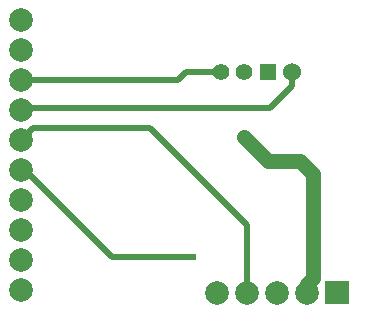
<source format=gbl>
G04 Layer: BottomLayer*
G04 EasyEDA Pro v1.7.27, 2022-07-12 11:31:34*
G04 Gerber Generator version 0.3*
G04 Scale: 100 percent, Rotated: No, Reflected: No*
G04 Dimensions in millimeters*
G04 Leading zeros omitted, absolute positions, 3 integers and 3 decimals*
%FSLAX33Y33*%
%MOMM*%
%ADD10C,1.524*%
%ADD11C,1.399997*%
%ADD12C,2.000001*%
%ADD13C,0.610001*%
%ADD14C,0.499999*%
%ADD15C,1.27*%
G75*


G04 Pad Start*
G54D10*
G01X36528Y-12319D03*
G36*
G01X35228Y-13019D02*
G01X35228Y-11619D01*
G01X33828D01*
G01Y-13019D01*
G01X35228D01*
G37*
G54D11*
G01X32528Y-12319D03*
G01X30528Y-12319D03*
G54D12*
G01X13589Y-7874D03*
G01X13589Y-10414D03*
G01X13589Y-12954D03*
G01X13589Y-15494D03*
G01X13589Y-18034D03*
G01X13589Y-20574D03*
G01X13589Y-23114D03*
G01X13589Y-25654D03*
G01X13589Y-28194D03*
G01X13589Y-30734D03*
G01X30226Y-30988D03*
G01X32766Y-30988D03*
G01X35306Y-30988D03*
G01X37846Y-30988D03*
G36*
G01X39386Y-29988D02*
G01X39386Y-31988D01*
G01X41386D01*
G01Y-29988D01*
G01X39386D01*
G37*
G04 Pad End*

G04 Via Start*
G54D13*
G01X28160Y-27940D03*
G01X32512Y-17780D03*
G04 Via End*

G04 Track Start*
G54D14*
G01X13970Y-20574D02*
G01X13589Y-20574D01*
G01X13737Y-15346D02*
G01X13589Y-15494D01*
G01X13589Y-18034D02*
G01X14605Y-17018D01*
G01X24511D01*
G54D15*
G01X34544Y-19812D02*
G01X37211Y-19812D01*
G01X32512Y-17780D02*
G01X34544Y-19812D01*
G54D14*
G01X28194Y-27940D02*
G01X21336Y-27940D01*
G01X13970Y-20574D01*
G54D15*
G01X37846Y-31115D02*
G01X37846Y-30288D01*
G01X38354Y-29780D01*
G01Y-20955D01*
G01X37211Y-19812D01*
G54D14*
G01X27559Y-12319D02*
G01X30528Y-12319D01*
G01X13589Y-12954D02*
G01X26924Y-12954D01*
G01X27559Y-12319D01*
G01X36528Y-13510D02*
G01X34692Y-15346D01*
G01X13737D01*
G01X36528Y-13510D02*
G01X36528Y-12319D01*
G01X32766Y-30734D02*
G01X32766Y-25273D01*
G01X24511Y-17018D01*
G04 Track End*

M02*

</source>
